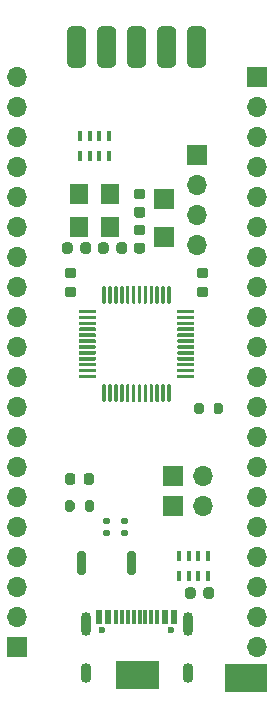
<source format=gts>
%TF.GenerationSoftware,KiCad,Pcbnew,(5.1.12)-1*%
%TF.CreationDate,2021-12-13T23:08:50+08:00*%
%TF.ProjectId,PCB_EK-Link_Lite_Dev,5043425f-454b-42d4-9c69-6e6b5f4c6974,rev?*%
%TF.SameCoordinates,Original*%
%TF.FileFunction,Soldermask,Top*%
%TF.FilePolarity,Negative*%
%FSLAX46Y46*%
G04 Gerber Fmt 4.6, Leading zero omitted, Abs format (unit mm)*
G04 Created by KiCad (PCBNEW (5.1.12)-1) date 2021-12-13 23:08:50*
%MOMM*%
%LPD*%
G01*
G04 APERTURE LIST*
%ADD10C,0.100000*%
%ADD11O,1.700000X1.700000*%
%ADD12R,1.700000X1.700000*%
%ADD13R,1.800000X1.750000*%
%ADD14R,1.540000X1.800000*%
%ADD15R,0.400000X0.900000*%
%ADD16R,0.600000X1.160000*%
%ADD17C,0.600000*%
%ADD18R,0.300000X1.160000*%
%ADD19O,0.900000X1.700000*%
%ADD20O,0.900000X2.000000*%
G04 APERTURE END LIST*
D10*
G36*
X77978000Y-105029000D02*
G01*
X74422000Y-105029000D01*
X74422000Y-102743000D01*
X77978000Y-102743000D01*
X77978000Y-105029000D01*
G37*
X77978000Y-105029000D02*
X74422000Y-105029000D01*
X74422000Y-102743000D01*
X77978000Y-102743000D01*
X77978000Y-105029000D01*
G36*
X87122000Y-105283000D02*
G01*
X83693000Y-105283000D01*
X83693000Y-102997000D01*
X87122000Y-102997000D01*
X87122000Y-105283000D01*
G37*
X87122000Y-105283000D02*
X83693000Y-105283000D01*
X83693000Y-102997000D01*
X87122000Y-102997000D01*
X87122000Y-105283000D01*
D11*
%TO.C,J4*%
X86360000Y-101600000D03*
X86360000Y-99060000D03*
X86360000Y-96520000D03*
X86360000Y-93980000D03*
X86360000Y-91440000D03*
X86360000Y-88900000D03*
X86360000Y-86360000D03*
X86360000Y-83820000D03*
X86360000Y-81280000D03*
X86360000Y-78740000D03*
X86360000Y-76200000D03*
X86360000Y-73660000D03*
X86360000Y-71120000D03*
X86360000Y-68580000D03*
X86360000Y-66040000D03*
X86360000Y-63500000D03*
X86360000Y-60960000D03*
X86360000Y-58420000D03*
X86360000Y-55880000D03*
D12*
X86360000Y-53340000D03*
%TD*%
D11*
%TO.C,J1*%
X66040000Y-53340000D03*
X66040000Y-55880000D03*
X66040000Y-58420000D03*
X66040000Y-60960000D03*
X66040000Y-63500000D03*
X66040000Y-66040000D03*
X66040000Y-68580000D03*
X66040000Y-71120000D03*
X66040000Y-73660000D03*
X66040000Y-76200000D03*
X66040000Y-78740000D03*
X66040000Y-81280000D03*
X66040000Y-83820000D03*
X66040000Y-86360000D03*
X66040000Y-88900000D03*
X66040000Y-91440000D03*
X66040000Y-93980000D03*
X66040000Y-96520000D03*
X66040000Y-99060000D03*
D12*
X66040000Y-101600000D03*
%TD*%
D13*
%TO.C,Y2*%
X78486000Y-63653000D03*
X78486000Y-66903000D03*
%TD*%
D14*
%TO.C,Y1*%
X71304000Y-63240000D03*
X73984000Y-63240000D03*
X73984000Y-66040000D03*
X71304000Y-66040000D03*
%TD*%
%TO.C,U2*%
G36*
G01*
X79700000Y-73046000D02*
X81025000Y-73046000D01*
G75*
G02*
X81100000Y-73121000I0J-75000D01*
G01*
X81100000Y-73271000D01*
G75*
G02*
X81025000Y-73346000I-75000J0D01*
G01*
X79700000Y-73346000D01*
G75*
G02*
X79625000Y-73271000I0J75000D01*
G01*
X79625000Y-73121000D01*
G75*
G02*
X79700000Y-73046000I75000J0D01*
G01*
G37*
G36*
G01*
X79700000Y-73546000D02*
X81025000Y-73546000D01*
G75*
G02*
X81100000Y-73621000I0J-75000D01*
G01*
X81100000Y-73771000D01*
G75*
G02*
X81025000Y-73846000I-75000J0D01*
G01*
X79700000Y-73846000D01*
G75*
G02*
X79625000Y-73771000I0J75000D01*
G01*
X79625000Y-73621000D01*
G75*
G02*
X79700000Y-73546000I75000J0D01*
G01*
G37*
G36*
G01*
X79700000Y-74046000D02*
X81025000Y-74046000D01*
G75*
G02*
X81100000Y-74121000I0J-75000D01*
G01*
X81100000Y-74271000D01*
G75*
G02*
X81025000Y-74346000I-75000J0D01*
G01*
X79700000Y-74346000D01*
G75*
G02*
X79625000Y-74271000I0J75000D01*
G01*
X79625000Y-74121000D01*
G75*
G02*
X79700000Y-74046000I75000J0D01*
G01*
G37*
G36*
G01*
X79700000Y-74546000D02*
X81025000Y-74546000D01*
G75*
G02*
X81100000Y-74621000I0J-75000D01*
G01*
X81100000Y-74771000D01*
G75*
G02*
X81025000Y-74846000I-75000J0D01*
G01*
X79700000Y-74846000D01*
G75*
G02*
X79625000Y-74771000I0J75000D01*
G01*
X79625000Y-74621000D01*
G75*
G02*
X79700000Y-74546000I75000J0D01*
G01*
G37*
G36*
G01*
X79700000Y-75046000D02*
X81025000Y-75046000D01*
G75*
G02*
X81100000Y-75121000I0J-75000D01*
G01*
X81100000Y-75271000D01*
G75*
G02*
X81025000Y-75346000I-75000J0D01*
G01*
X79700000Y-75346000D01*
G75*
G02*
X79625000Y-75271000I0J75000D01*
G01*
X79625000Y-75121000D01*
G75*
G02*
X79700000Y-75046000I75000J0D01*
G01*
G37*
G36*
G01*
X79700000Y-75546000D02*
X81025000Y-75546000D01*
G75*
G02*
X81100000Y-75621000I0J-75000D01*
G01*
X81100000Y-75771000D01*
G75*
G02*
X81025000Y-75846000I-75000J0D01*
G01*
X79700000Y-75846000D01*
G75*
G02*
X79625000Y-75771000I0J75000D01*
G01*
X79625000Y-75621000D01*
G75*
G02*
X79700000Y-75546000I75000J0D01*
G01*
G37*
G36*
G01*
X79700000Y-76046000D02*
X81025000Y-76046000D01*
G75*
G02*
X81100000Y-76121000I0J-75000D01*
G01*
X81100000Y-76271000D01*
G75*
G02*
X81025000Y-76346000I-75000J0D01*
G01*
X79700000Y-76346000D01*
G75*
G02*
X79625000Y-76271000I0J75000D01*
G01*
X79625000Y-76121000D01*
G75*
G02*
X79700000Y-76046000I75000J0D01*
G01*
G37*
G36*
G01*
X79700000Y-76546000D02*
X81025000Y-76546000D01*
G75*
G02*
X81100000Y-76621000I0J-75000D01*
G01*
X81100000Y-76771000D01*
G75*
G02*
X81025000Y-76846000I-75000J0D01*
G01*
X79700000Y-76846000D01*
G75*
G02*
X79625000Y-76771000I0J75000D01*
G01*
X79625000Y-76621000D01*
G75*
G02*
X79700000Y-76546000I75000J0D01*
G01*
G37*
G36*
G01*
X79700000Y-77046000D02*
X81025000Y-77046000D01*
G75*
G02*
X81100000Y-77121000I0J-75000D01*
G01*
X81100000Y-77271000D01*
G75*
G02*
X81025000Y-77346000I-75000J0D01*
G01*
X79700000Y-77346000D01*
G75*
G02*
X79625000Y-77271000I0J75000D01*
G01*
X79625000Y-77121000D01*
G75*
G02*
X79700000Y-77046000I75000J0D01*
G01*
G37*
G36*
G01*
X79700000Y-77546000D02*
X81025000Y-77546000D01*
G75*
G02*
X81100000Y-77621000I0J-75000D01*
G01*
X81100000Y-77771000D01*
G75*
G02*
X81025000Y-77846000I-75000J0D01*
G01*
X79700000Y-77846000D01*
G75*
G02*
X79625000Y-77771000I0J75000D01*
G01*
X79625000Y-77621000D01*
G75*
G02*
X79700000Y-77546000I75000J0D01*
G01*
G37*
G36*
G01*
X79700000Y-78046000D02*
X81025000Y-78046000D01*
G75*
G02*
X81100000Y-78121000I0J-75000D01*
G01*
X81100000Y-78271000D01*
G75*
G02*
X81025000Y-78346000I-75000J0D01*
G01*
X79700000Y-78346000D01*
G75*
G02*
X79625000Y-78271000I0J75000D01*
G01*
X79625000Y-78121000D01*
G75*
G02*
X79700000Y-78046000I75000J0D01*
G01*
G37*
G36*
G01*
X79700000Y-78546000D02*
X81025000Y-78546000D01*
G75*
G02*
X81100000Y-78621000I0J-75000D01*
G01*
X81100000Y-78771000D01*
G75*
G02*
X81025000Y-78846000I-75000J0D01*
G01*
X79700000Y-78846000D01*
G75*
G02*
X79625000Y-78771000I0J75000D01*
G01*
X79625000Y-78621000D01*
G75*
G02*
X79700000Y-78546000I75000J0D01*
G01*
G37*
G36*
G01*
X78875000Y-79371000D02*
X79025000Y-79371000D01*
G75*
G02*
X79100000Y-79446000I0J-75000D01*
G01*
X79100000Y-80771000D01*
G75*
G02*
X79025000Y-80846000I-75000J0D01*
G01*
X78875000Y-80846000D01*
G75*
G02*
X78800000Y-80771000I0J75000D01*
G01*
X78800000Y-79446000D01*
G75*
G02*
X78875000Y-79371000I75000J0D01*
G01*
G37*
G36*
G01*
X78375000Y-79371000D02*
X78525000Y-79371000D01*
G75*
G02*
X78600000Y-79446000I0J-75000D01*
G01*
X78600000Y-80771000D01*
G75*
G02*
X78525000Y-80846000I-75000J0D01*
G01*
X78375000Y-80846000D01*
G75*
G02*
X78300000Y-80771000I0J75000D01*
G01*
X78300000Y-79446000D01*
G75*
G02*
X78375000Y-79371000I75000J0D01*
G01*
G37*
G36*
G01*
X77875000Y-79371000D02*
X78025000Y-79371000D01*
G75*
G02*
X78100000Y-79446000I0J-75000D01*
G01*
X78100000Y-80771000D01*
G75*
G02*
X78025000Y-80846000I-75000J0D01*
G01*
X77875000Y-80846000D01*
G75*
G02*
X77800000Y-80771000I0J75000D01*
G01*
X77800000Y-79446000D01*
G75*
G02*
X77875000Y-79371000I75000J0D01*
G01*
G37*
G36*
G01*
X77375000Y-79371000D02*
X77525000Y-79371000D01*
G75*
G02*
X77600000Y-79446000I0J-75000D01*
G01*
X77600000Y-80771000D01*
G75*
G02*
X77525000Y-80846000I-75000J0D01*
G01*
X77375000Y-80846000D01*
G75*
G02*
X77300000Y-80771000I0J75000D01*
G01*
X77300000Y-79446000D01*
G75*
G02*
X77375000Y-79371000I75000J0D01*
G01*
G37*
G36*
G01*
X76875000Y-79371000D02*
X77025000Y-79371000D01*
G75*
G02*
X77100000Y-79446000I0J-75000D01*
G01*
X77100000Y-80771000D01*
G75*
G02*
X77025000Y-80846000I-75000J0D01*
G01*
X76875000Y-80846000D01*
G75*
G02*
X76800000Y-80771000I0J75000D01*
G01*
X76800000Y-79446000D01*
G75*
G02*
X76875000Y-79371000I75000J0D01*
G01*
G37*
G36*
G01*
X76375000Y-79371000D02*
X76525000Y-79371000D01*
G75*
G02*
X76600000Y-79446000I0J-75000D01*
G01*
X76600000Y-80771000D01*
G75*
G02*
X76525000Y-80846000I-75000J0D01*
G01*
X76375000Y-80846000D01*
G75*
G02*
X76300000Y-80771000I0J75000D01*
G01*
X76300000Y-79446000D01*
G75*
G02*
X76375000Y-79371000I75000J0D01*
G01*
G37*
G36*
G01*
X75875000Y-79371000D02*
X76025000Y-79371000D01*
G75*
G02*
X76100000Y-79446000I0J-75000D01*
G01*
X76100000Y-80771000D01*
G75*
G02*
X76025000Y-80846000I-75000J0D01*
G01*
X75875000Y-80846000D01*
G75*
G02*
X75800000Y-80771000I0J75000D01*
G01*
X75800000Y-79446000D01*
G75*
G02*
X75875000Y-79371000I75000J0D01*
G01*
G37*
G36*
G01*
X75375000Y-79371000D02*
X75525000Y-79371000D01*
G75*
G02*
X75600000Y-79446000I0J-75000D01*
G01*
X75600000Y-80771000D01*
G75*
G02*
X75525000Y-80846000I-75000J0D01*
G01*
X75375000Y-80846000D01*
G75*
G02*
X75300000Y-80771000I0J75000D01*
G01*
X75300000Y-79446000D01*
G75*
G02*
X75375000Y-79371000I75000J0D01*
G01*
G37*
G36*
G01*
X74875000Y-79371000D02*
X75025000Y-79371000D01*
G75*
G02*
X75100000Y-79446000I0J-75000D01*
G01*
X75100000Y-80771000D01*
G75*
G02*
X75025000Y-80846000I-75000J0D01*
G01*
X74875000Y-80846000D01*
G75*
G02*
X74800000Y-80771000I0J75000D01*
G01*
X74800000Y-79446000D01*
G75*
G02*
X74875000Y-79371000I75000J0D01*
G01*
G37*
G36*
G01*
X74375000Y-79371000D02*
X74525000Y-79371000D01*
G75*
G02*
X74600000Y-79446000I0J-75000D01*
G01*
X74600000Y-80771000D01*
G75*
G02*
X74525000Y-80846000I-75000J0D01*
G01*
X74375000Y-80846000D01*
G75*
G02*
X74300000Y-80771000I0J75000D01*
G01*
X74300000Y-79446000D01*
G75*
G02*
X74375000Y-79371000I75000J0D01*
G01*
G37*
G36*
G01*
X73875000Y-79371000D02*
X74025000Y-79371000D01*
G75*
G02*
X74100000Y-79446000I0J-75000D01*
G01*
X74100000Y-80771000D01*
G75*
G02*
X74025000Y-80846000I-75000J0D01*
G01*
X73875000Y-80846000D01*
G75*
G02*
X73800000Y-80771000I0J75000D01*
G01*
X73800000Y-79446000D01*
G75*
G02*
X73875000Y-79371000I75000J0D01*
G01*
G37*
G36*
G01*
X73375000Y-79371000D02*
X73525000Y-79371000D01*
G75*
G02*
X73600000Y-79446000I0J-75000D01*
G01*
X73600000Y-80771000D01*
G75*
G02*
X73525000Y-80846000I-75000J0D01*
G01*
X73375000Y-80846000D01*
G75*
G02*
X73300000Y-80771000I0J75000D01*
G01*
X73300000Y-79446000D01*
G75*
G02*
X73375000Y-79371000I75000J0D01*
G01*
G37*
G36*
G01*
X71375000Y-78546000D02*
X72700000Y-78546000D01*
G75*
G02*
X72775000Y-78621000I0J-75000D01*
G01*
X72775000Y-78771000D01*
G75*
G02*
X72700000Y-78846000I-75000J0D01*
G01*
X71375000Y-78846000D01*
G75*
G02*
X71300000Y-78771000I0J75000D01*
G01*
X71300000Y-78621000D01*
G75*
G02*
X71375000Y-78546000I75000J0D01*
G01*
G37*
G36*
G01*
X71375000Y-78046000D02*
X72700000Y-78046000D01*
G75*
G02*
X72775000Y-78121000I0J-75000D01*
G01*
X72775000Y-78271000D01*
G75*
G02*
X72700000Y-78346000I-75000J0D01*
G01*
X71375000Y-78346000D01*
G75*
G02*
X71300000Y-78271000I0J75000D01*
G01*
X71300000Y-78121000D01*
G75*
G02*
X71375000Y-78046000I75000J0D01*
G01*
G37*
G36*
G01*
X71375000Y-77546000D02*
X72700000Y-77546000D01*
G75*
G02*
X72775000Y-77621000I0J-75000D01*
G01*
X72775000Y-77771000D01*
G75*
G02*
X72700000Y-77846000I-75000J0D01*
G01*
X71375000Y-77846000D01*
G75*
G02*
X71300000Y-77771000I0J75000D01*
G01*
X71300000Y-77621000D01*
G75*
G02*
X71375000Y-77546000I75000J0D01*
G01*
G37*
G36*
G01*
X71375000Y-77046000D02*
X72700000Y-77046000D01*
G75*
G02*
X72775000Y-77121000I0J-75000D01*
G01*
X72775000Y-77271000D01*
G75*
G02*
X72700000Y-77346000I-75000J0D01*
G01*
X71375000Y-77346000D01*
G75*
G02*
X71300000Y-77271000I0J75000D01*
G01*
X71300000Y-77121000D01*
G75*
G02*
X71375000Y-77046000I75000J0D01*
G01*
G37*
G36*
G01*
X71375000Y-76546000D02*
X72700000Y-76546000D01*
G75*
G02*
X72775000Y-76621000I0J-75000D01*
G01*
X72775000Y-76771000D01*
G75*
G02*
X72700000Y-76846000I-75000J0D01*
G01*
X71375000Y-76846000D01*
G75*
G02*
X71300000Y-76771000I0J75000D01*
G01*
X71300000Y-76621000D01*
G75*
G02*
X71375000Y-76546000I75000J0D01*
G01*
G37*
G36*
G01*
X71375000Y-76046000D02*
X72700000Y-76046000D01*
G75*
G02*
X72775000Y-76121000I0J-75000D01*
G01*
X72775000Y-76271000D01*
G75*
G02*
X72700000Y-76346000I-75000J0D01*
G01*
X71375000Y-76346000D01*
G75*
G02*
X71300000Y-76271000I0J75000D01*
G01*
X71300000Y-76121000D01*
G75*
G02*
X71375000Y-76046000I75000J0D01*
G01*
G37*
G36*
G01*
X71375000Y-75546000D02*
X72700000Y-75546000D01*
G75*
G02*
X72775000Y-75621000I0J-75000D01*
G01*
X72775000Y-75771000D01*
G75*
G02*
X72700000Y-75846000I-75000J0D01*
G01*
X71375000Y-75846000D01*
G75*
G02*
X71300000Y-75771000I0J75000D01*
G01*
X71300000Y-75621000D01*
G75*
G02*
X71375000Y-75546000I75000J0D01*
G01*
G37*
G36*
G01*
X71375000Y-75046000D02*
X72700000Y-75046000D01*
G75*
G02*
X72775000Y-75121000I0J-75000D01*
G01*
X72775000Y-75271000D01*
G75*
G02*
X72700000Y-75346000I-75000J0D01*
G01*
X71375000Y-75346000D01*
G75*
G02*
X71300000Y-75271000I0J75000D01*
G01*
X71300000Y-75121000D01*
G75*
G02*
X71375000Y-75046000I75000J0D01*
G01*
G37*
G36*
G01*
X71375000Y-74546000D02*
X72700000Y-74546000D01*
G75*
G02*
X72775000Y-74621000I0J-75000D01*
G01*
X72775000Y-74771000D01*
G75*
G02*
X72700000Y-74846000I-75000J0D01*
G01*
X71375000Y-74846000D01*
G75*
G02*
X71300000Y-74771000I0J75000D01*
G01*
X71300000Y-74621000D01*
G75*
G02*
X71375000Y-74546000I75000J0D01*
G01*
G37*
G36*
G01*
X71375000Y-74046000D02*
X72700000Y-74046000D01*
G75*
G02*
X72775000Y-74121000I0J-75000D01*
G01*
X72775000Y-74271000D01*
G75*
G02*
X72700000Y-74346000I-75000J0D01*
G01*
X71375000Y-74346000D01*
G75*
G02*
X71300000Y-74271000I0J75000D01*
G01*
X71300000Y-74121000D01*
G75*
G02*
X71375000Y-74046000I75000J0D01*
G01*
G37*
G36*
G01*
X71375000Y-73546000D02*
X72700000Y-73546000D01*
G75*
G02*
X72775000Y-73621000I0J-75000D01*
G01*
X72775000Y-73771000D01*
G75*
G02*
X72700000Y-73846000I-75000J0D01*
G01*
X71375000Y-73846000D01*
G75*
G02*
X71300000Y-73771000I0J75000D01*
G01*
X71300000Y-73621000D01*
G75*
G02*
X71375000Y-73546000I75000J0D01*
G01*
G37*
G36*
G01*
X71375000Y-73046000D02*
X72700000Y-73046000D01*
G75*
G02*
X72775000Y-73121000I0J-75000D01*
G01*
X72775000Y-73271000D01*
G75*
G02*
X72700000Y-73346000I-75000J0D01*
G01*
X71375000Y-73346000D01*
G75*
G02*
X71300000Y-73271000I0J75000D01*
G01*
X71300000Y-73121000D01*
G75*
G02*
X71375000Y-73046000I75000J0D01*
G01*
G37*
G36*
G01*
X73375000Y-71046000D02*
X73525000Y-71046000D01*
G75*
G02*
X73600000Y-71121000I0J-75000D01*
G01*
X73600000Y-72446000D01*
G75*
G02*
X73525000Y-72521000I-75000J0D01*
G01*
X73375000Y-72521000D01*
G75*
G02*
X73300000Y-72446000I0J75000D01*
G01*
X73300000Y-71121000D01*
G75*
G02*
X73375000Y-71046000I75000J0D01*
G01*
G37*
G36*
G01*
X73875000Y-71046000D02*
X74025000Y-71046000D01*
G75*
G02*
X74100000Y-71121000I0J-75000D01*
G01*
X74100000Y-72446000D01*
G75*
G02*
X74025000Y-72521000I-75000J0D01*
G01*
X73875000Y-72521000D01*
G75*
G02*
X73800000Y-72446000I0J75000D01*
G01*
X73800000Y-71121000D01*
G75*
G02*
X73875000Y-71046000I75000J0D01*
G01*
G37*
G36*
G01*
X74375000Y-71046000D02*
X74525000Y-71046000D01*
G75*
G02*
X74600000Y-71121000I0J-75000D01*
G01*
X74600000Y-72446000D01*
G75*
G02*
X74525000Y-72521000I-75000J0D01*
G01*
X74375000Y-72521000D01*
G75*
G02*
X74300000Y-72446000I0J75000D01*
G01*
X74300000Y-71121000D01*
G75*
G02*
X74375000Y-71046000I75000J0D01*
G01*
G37*
G36*
G01*
X74875000Y-71046000D02*
X75025000Y-71046000D01*
G75*
G02*
X75100000Y-71121000I0J-75000D01*
G01*
X75100000Y-72446000D01*
G75*
G02*
X75025000Y-72521000I-75000J0D01*
G01*
X74875000Y-72521000D01*
G75*
G02*
X74800000Y-72446000I0J75000D01*
G01*
X74800000Y-71121000D01*
G75*
G02*
X74875000Y-71046000I75000J0D01*
G01*
G37*
G36*
G01*
X75375000Y-71046000D02*
X75525000Y-71046000D01*
G75*
G02*
X75600000Y-71121000I0J-75000D01*
G01*
X75600000Y-72446000D01*
G75*
G02*
X75525000Y-72521000I-75000J0D01*
G01*
X75375000Y-72521000D01*
G75*
G02*
X75300000Y-72446000I0J75000D01*
G01*
X75300000Y-71121000D01*
G75*
G02*
X75375000Y-71046000I75000J0D01*
G01*
G37*
G36*
G01*
X75875000Y-71046000D02*
X76025000Y-71046000D01*
G75*
G02*
X76100000Y-71121000I0J-75000D01*
G01*
X76100000Y-72446000D01*
G75*
G02*
X76025000Y-72521000I-75000J0D01*
G01*
X75875000Y-72521000D01*
G75*
G02*
X75800000Y-72446000I0J75000D01*
G01*
X75800000Y-71121000D01*
G75*
G02*
X75875000Y-71046000I75000J0D01*
G01*
G37*
G36*
G01*
X76375000Y-71046000D02*
X76525000Y-71046000D01*
G75*
G02*
X76600000Y-71121000I0J-75000D01*
G01*
X76600000Y-72446000D01*
G75*
G02*
X76525000Y-72521000I-75000J0D01*
G01*
X76375000Y-72521000D01*
G75*
G02*
X76300000Y-72446000I0J75000D01*
G01*
X76300000Y-71121000D01*
G75*
G02*
X76375000Y-71046000I75000J0D01*
G01*
G37*
G36*
G01*
X76875000Y-71046000D02*
X77025000Y-71046000D01*
G75*
G02*
X77100000Y-71121000I0J-75000D01*
G01*
X77100000Y-72446000D01*
G75*
G02*
X77025000Y-72521000I-75000J0D01*
G01*
X76875000Y-72521000D01*
G75*
G02*
X76800000Y-72446000I0J75000D01*
G01*
X76800000Y-71121000D01*
G75*
G02*
X76875000Y-71046000I75000J0D01*
G01*
G37*
G36*
G01*
X77375000Y-71046000D02*
X77525000Y-71046000D01*
G75*
G02*
X77600000Y-71121000I0J-75000D01*
G01*
X77600000Y-72446000D01*
G75*
G02*
X77525000Y-72521000I-75000J0D01*
G01*
X77375000Y-72521000D01*
G75*
G02*
X77300000Y-72446000I0J75000D01*
G01*
X77300000Y-71121000D01*
G75*
G02*
X77375000Y-71046000I75000J0D01*
G01*
G37*
G36*
G01*
X77875000Y-71046000D02*
X78025000Y-71046000D01*
G75*
G02*
X78100000Y-71121000I0J-75000D01*
G01*
X78100000Y-72446000D01*
G75*
G02*
X78025000Y-72521000I-75000J0D01*
G01*
X77875000Y-72521000D01*
G75*
G02*
X77800000Y-72446000I0J75000D01*
G01*
X77800000Y-71121000D01*
G75*
G02*
X77875000Y-71046000I75000J0D01*
G01*
G37*
G36*
G01*
X78375000Y-71046000D02*
X78525000Y-71046000D01*
G75*
G02*
X78600000Y-71121000I0J-75000D01*
G01*
X78600000Y-72446000D01*
G75*
G02*
X78525000Y-72521000I-75000J0D01*
G01*
X78375000Y-72521000D01*
G75*
G02*
X78300000Y-72446000I0J75000D01*
G01*
X78300000Y-71121000D01*
G75*
G02*
X78375000Y-71046000I75000J0D01*
G01*
G37*
G36*
G01*
X78875000Y-71046000D02*
X79025000Y-71046000D01*
G75*
G02*
X79100000Y-71121000I0J-75000D01*
G01*
X79100000Y-72446000D01*
G75*
G02*
X79025000Y-72521000I-75000J0D01*
G01*
X78875000Y-72521000D01*
G75*
G02*
X78800000Y-72446000I0J75000D01*
G01*
X78800000Y-71121000D01*
G75*
G02*
X78875000Y-71046000I75000J0D01*
G01*
G37*
%TD*%
%TO.C,SW1*%
G36*
G01*
X76160000Y-93688000D02*
X76160000Y-95288000D01*
G75*
G02*
X75960000Y-95488000I-200000J0D01*
G01*
X75560000Y-95488000D01*
G75*
G02*
X75360000Y-95288000I0J200000D01*
G01*
X75360000Y-93688000D01*
G75*
G02*
X75560000Y-93488000I200000J0D01*
G01*
X75960000Y-93488000D01*
G75*
G02*
X76160000Y-93688000I0J-200000D01*
G01*
G37*
G36*
G01*
X71960000Y-93688000D02*
X71960000Y-95288000D01*
G75*
G02*
X71760000Y-95488000I-200000J0D01*
G01*
X71360000Y-95488000D01*
G75*
G02*
X71160000Y-95288000I0J200000D01*
G01*
X71160000Y-93688000D01*
G75*
G02*
X71360000Y-93488000I200000J0D01*
G01*
X71760000Y-93488000D01*
G75*
G02*
X71960000Y-93688000I0J-200000D01*
G01*
G37*
%TD*%
D15*
%TO.C,RN3*%
X82226000Y-93892000D03*
X81426000Y-93892000D03*
X80626000Y-93892000D03*
X79826000Y-93892000D03*
X82226000Y-95592000D03*
X79826000Y-95592000D03*
X81426000Y-95592000D03*
X80626000Y-95592000D03*
%TD*%
%TO.C,RN1*%
X73844000Y-58332000D03*
X73044000Y-58332000D03*
X72244000Y-58332000D03*
X71444000Y-58332000D03*
X73844000Y-60032000D03*
X71444000Y-60032000D03*
X73044000Y-60032000D03*
X72244000Y-60032000D03*
%TD*%
%TO.C,R6*%
G36*
G01*
X71799000Y-89937000D02*
X71799000Y-89387000D01*
G75*
G02*
X71999000Y-89187000I200000J0D01*
G01*
X72399000Y-89187000D01*
G75*
G02*
X72599000Y-89387000I0J-200000D01*
G01*
X72599000Y-89937000D01*
G75*
G02*
X72399000Y-90137000I-200000J0D01*
G01*
X71999000Y-90137000D01*
G75*
G02*
X71799000Y-89937000I0J200000D01*
G01*
G37*
G36*
G01*
X70149000Y-89937000D02*
X70149000Y-89387000D01*
G75*
G02*
X70349000Y-89187000I200000J0D01*
G01*
X70749000Y-89187000D01*
G75*
G02*
X70949000Y-89387000I0J-200000D01*
G01*
X70949000Y-89937000D01*
G75*
G02*
X70749000Y-90137000I-200000J0D01*
G01*
X70349000Y-90137000D01*
G75*
G02*
X70149000Y-89937000I0J200000D01*
G01*
G37*
%TD*%
%TO.C,R5*%
G36*
G01*
X82721000Y-81682000D02*
X82721000Y-81132000D01*
G75*
G02*
X82921000Y-80932000I200000J0D01*
G01*
X83321000Y-80932000D01*
G75*
G02*
X83521000Y-81132000I0J-200000D01*
G01*
X83521000Y-81682000D01*
G75*
G02*
X83321000Y-81882000I-200000J0D01*
G01*
X82921000Y-81882000D01*
G75*
G02*
X82721000Y-81682000I0J200000D01*
G01*
G37*
G36*
G01*
X81071000Y-81682000D02*
X81071000Y-81132000D01*
G75*
G02*
X81271000Y-80932000I200000J0D01*
G01*
X81671000Y-80932000D01*
G75*
G02*
X81871000Y-81132000I0J-200000D01*
G01*
X81871000Y-81682000D01*
G75*
G02*
X81671000Y-81882000I-200000J0D01*
G01*
X81271000Y-81882000D01*
G75*
G02*
X81071000Y-81682000I0J200000D01*
G01*
G37*
%TD*%
%TO.C,R4*%
G36*
G01*
X74999000Y-91680000D02*
X75369000Y-91680000D01*
G75*
G02*
X75504000Y-91815000I0J-135000D01*
G01*
X75504000Y-92085000D01*
G75*
G02*
X75369000Y-92220000I-135000J0D01*
G01*
X74999000Y-92220000D01*
G75*
G02*
X74864000Y-92085000I0J135000D01*
G01*
X74864000Y-91815000D01*
G75*
G02*
X74999000Y-91680000I135000J0D01*
G01*
G37*
G36*
G01*
X74999000Y-90660000D02*
X75369000Y-90660000D01*
G75*
G02*
X75504000Y-90795000I0J-135000D01*
G01*
X75504000Y-91065000D01*
G75*
G02*
X75369000Y-91200000I-135000J0D01*
G01*
X74999000Y-91200000D01*
G75*
G02*
X74864000Y-91065000I0J135000D01*
G01*
X74864000Y-90795000D01*
G75*
G02*
X74999000Y-90660000I135000J0D01*
G01*
G37*
%TD*%
%TO.C,R3*%
G36*
G01*
X73475000Y-91680000D02*
X73845000Y-91680000D01*
G75*
G02*
X73980000Y-91815000I0J-135000D01*
G01*
X73980000Y-92085000D01*
G75*
G02*
X73845000Y-92220000I-135000J0D01*
G01*
X73475000Y-92220000D01*
G75*
G02*
X73340000Y-92085000I0J135000D01*
G01*
X73340000Y-91815000D01*
G75*
G02*
X73475000Y-91680000I135000J0D01*
G01*
G37*
G36*
G01*
X73475000Y-90660000D02*
X73845000Y-90660000D01*
G75*
G02*
X73980000Y-90795000I0J-135000D01*
G01*
X73980000Y-91065000D01*
G75*
G02*
X73845000Y-91200000I-135000J0D01*
G01*
X73475000Y-91200000D01*
G75*
G02*
X73340000Y-91065000I0J135000D01*
G01*
X73340000Y-90795000D01*
G75*
G02*
X73475000Y-90660000I135000J0D01*
G01*
G37*
%TD*%
D11*
%TO.C,J7*%
X81788000Y-89662000D03*
D12*
X79248000Y-89662000D03*
%TD*%
D11*
%TO.C,J6*%
X81280000Y-67564000D03*
X81280000Y-65024000D03*
X81280000Y-62484000D03*
D12*
X81280000Y-59944000D03*
%TD*%
D11*
%TO.C,J5*%
X81788000Y-87122000D03*
D12*
X79248000Y-87122000D03*
%TD*%
%TO.C,J3*%
G36*
G01*
X72840000Y-52140000D02*
X72840000Y-49460000D01*
G75*
G02*
X73250000Y-49050000I410000J0D01*
G01*
X74070000Y-49050000D01*
G75*
G02*
X74480000Y-49460000I0J-410000D01*
G01*
X74480000Y-52140000D01*
G75*
G02*
X74070000Y-52550000I-410000J0D01*
G01*
X73250000Y-52550000D01*
G75*
G02*
X72840000Y-52140000I0J410000D01*
G01*
G37*
G36*
G01*
X75380000Y-52140000D02*
X75380000Y-49460000D01*
G75*
G02*
X75790000Y-49050000I410000J0D01*
G01*
X76610000Y-49050000D01*
G75*
G02*
X77020000Y-49460000I0J-410000D01*
G01*
X77020000Y-52140000D01*
G75*
G02*
X76610000Y-52550000I-410000J0D01*
G01*
X75790000Y-52550000D01*
G75*
G02*
X75380000Y-52140000I0J410000D01*
G01*
G37*
G36*
G01*
X77920000Y-52140000D02*
X77920000Y-49460000D01*
G75*
G02*
X78330000Y-49050000I410000J0D01*
G01*
X79150000Y-49050000D01*
G75*
G02*
X79560000Y-49460000I0J-410000D01*
G01*
X79560000Y-52140000D01*
G75*
G02*
X79150000Y-52550000I-410000J0D01*
G01*
X78330000Y-52550000D01*
G75*
G02*
X77920000Y-52140000I0J410000D01*
G01*
G37*
G36*
G01*
X80460000Y-52140000D02*
X80460000Y-49460000D01*
G75*
G02*
X80870000Y-49050000I410000J0D01*
G01*
X81690000Y-49050000D01*
G75*
G02*
X82100000Y-49460000I0J-410000D01*
G01*
X82100000Y-52140000D01*
G75*
G02*
X81690000Y-52550000I-410000J0D01*
G01*
X80870000Y-52550000D01*
G75*
G02*
X80460000Y-52140000I0J410000D01*
G01*
G37*
G36*
G01*
X70300000Y-52140000D02*
X70300000Y-49460000D01*
G75*
G02*
X70710000Y-49050000I410000J0D01*
G01*
X71530000Y-49050000D01*
G75*
G02*
X71940000Y-49460000I0J-410000D01*
G01*
X71940000Y-52140000D01*
G75*
G02*
X71530000Y-52550000I-410000J0D01*
G01*
X70710000Y-52550000D01*
G75*
G02*
X70300000Y-52140000I0J410000D01*
G01*
G37*
%TD*%
D16*
%TO.C,J2*%
X79400000Y-99090000D03*
X78600000Y-99090000D03*
X79400000Y-99090000D03*
X78600000Y-99090000D03*
X73000000Y-99090000D03*
X73000000Y-99090000D03*
X73800000Y-99090000D03*
X73800000Y-99090000D03*
D17*
X73310000Y-100150000D03*
X79090000Y-100150000D03*
D18*
X77950000Y-99090000D03*
X76950000Y-99090000D03*
X77450000Y-99090000D03*
X74950000Y-99090000D03*
X74450000Y-99090000D03*
X76450000Y-99090000D03*
X75950000Y-99090000D03*
X75450000Y-99090000D03*
D19*
X80520000Y-103840000D03*
X71880000Y-103840000D03*
D20*
X80520000Y-99670000D03*
X71880000Y-99670000D03*
%TD*%
%TO.C,D3*%
G36*
G01*
X70355750Y-71089000D02*
X70868250Y-71089000D01*
G75*
G02*
X71087000Y-71307750I0J-218750D01*
G01*
X71087000Y-71745250D01*
G75*
G02*
X70868250Y-71964000I-218750J0D01*
G01*
X70355750Y-71964000D01*
G75*
G02*
X70137000Y-71745250I0J218750D01*
G01*
X70137000Y-71307750D01*
G75*
G02*
X70355750Y-71089000I218750J0D01*
G01*
G37*
G36*
G01*
X70355750Y-69514000D02*
X70868250Y-69514000D01*
G75*
G02*
X71087000Y-69732750I0J-218750D01*
G01*
X71087000Y-70170250D01*
G75*
G02*
X70868250Y-70389000I-218750J0D01*
G01*
X70355750Y-70389000D01*
G75*
G02*
X70137000Y-70170250I0J218750D01*
G01*
X70137000Y-69732750D01*
G75*
G02*
X70355750Y-69514000I218750J0D01*
G01*
G37*
%TD*%
%TO.C,D2*%
G36*
G01*
X82044250Y-70389000D02*
X81531750Y-70389000D01*
G75*
G02*
X81313000Y-70170250I0J218750D01*
G01*
X81313000Y-69732750D01*
G75*
G02*
X81531750Y-69514000I218750J0D01*
G01*
X82044250Y-69514000D01*
G75*
G02*
X82263000Y-69732750I0J-218750D01*
G01*
X82263000Y-70170250D01*
G75*
G02*
X82044250Y-70389000I-218750J0D01*
G01*
G37*
G36*
G01*
X82044250Y-71964000D02*
X81531750Y-71964000D01*
G75*
G02*
X81313000Y-71745250I0J218750D01*
G01*
X81313000Y-71307750D01*
G75*
G02*
X81531750Y-71089000I218750J0D01*
G01*
X82044250Y-71089000D01*
G75*
G02*
X82263000Y-71307750I0J-218750D01*
G01*
X82263000Y-71745250D01*
G75*
G02*
X82044250Y-71964000I-218750J0D01*
G01*
G37*
%TD*%
%TO.C,D1*%
G36*
G01*
X71724000Y-87632250D02*
X71724000Y-87119750D01*
G75*
G02*
X71942750Y-86901000I218750J0D01*
G01*
X72380250Y-86901000D01*
G75*
G02*
X72599000Y-87119750I0J-218750D01*
G01*
X72599000Y-87632250D01*
G75*
G02*
X72380250Y-87851000I-218750J0D01*
G01*
X71942750Y-87851000D01*
G75*
G02*
X71724000Y-87632250I0J218750D01*
G01*
G37*
G36*
G01*
X70149000Y-87632250D02*
X70149000Y-87119750D01*
G75*
G02*
X70367750Y-86901000I218750J0D01*
G01*
X70805250Y-86901000D01*
G75*
G02*
X71024000Y-87119750I0J-218750D01*
G01*
X71024000Y-87632250D01*
G75*
G02*
X70805250Y-87851000I-218750J0D01*
G01*
X70367750Y-87851000D01*
G75*
G02*
X70149000Y-87632250I0J218750D01*
G01*
G37*
%TD*%
%TO.C,C7*%
G36*
G01*
X81209000Y-96778000D02*
X81209000Y-97278000D01*
G75*
G02*
X80984000Y-97503000I-225000J0D01*
G01*
X80534000Y-97503000D01*
G75*
G02*
X80309000Y-97278000I0J225000D01*
G01*
X80309000Y-96778000D01*
G75*
G02*
X80534000Y-96553000I225000J0D01*
G01*
X80984000Y-96553000D01*
G75*
G02*
X81209000Y-96778000I0J-225000D01*
G01*
G37*
G36*
G01*
X82759000Y-96778000D02*
X82759000Y-97278000D01*
G75*
G02*
X82534000Y-97503000I-225000J0D01*
G01*
X82084000Y-97503000D01*
G75*
G02*
X81859000Y-97278000I0J225000D01*
G01*
X81859000Y-96778000D01*
G75*
G02*
X82084000Y-96553000I225000J0D01*
G01*
X82534000Y-96553000D01*
G75*
G02*
X82759000Y-96778000I0J-225000D01*
G01*
G37*
%TD*%
%TO.C,C6*%
G36*
G01*
X76204000Y-64346000D02*
X76704000Y-64346000D01*
G75*
G02*
X76929000Y-64571000I0J-225000D01*
G01*
X76929000Y-65021000D01*
G75*
G02*
X76704000Y-65246000I-225000J0D01*
G01*
X76204000Y-65246000D01*
G75*
G02*
X75979000Y-65021000I0J225000D01*
G01*
X75979000Y-64571000D01*
G75*
G02*
X76204000Y-64346000I225000J0D01*
G01*
G37*
G36*
G01*
X76204000Y-62796000D02*
X76704000Y-62796000D01*
G75*
G02*
X76929000Y-63021000I0J-225000D01*
G01*
X76929000Y-63471000D01*
G75*
G02*
X76704000Y-63696000I-225000J0D01*
G01*
X76204000Y-63696000D01*
G75*
G02*
X75979000Y-63471000I0J225000D01*
G01*
X75979000Y-63021000D01*
G75*
G02*
X76204000Y-62796000I225000J0D01*
G01*
G37*
%TD*%
%TO.C,C5*%
G36*
G01*
X76704000Y-66731000D02*
X76204000Y-66731000D01*
G75*
G02*
X75979000Y-66506000I0J225000D01*
G01*
X75979000Y-66056000D01*
G75*
G02*
X76204000Y-65831000I225000J0D01*
G01*
X76704000Y-65831000D01*
G75*
G02*
X76929000Y-66056000I0J-225000D01*
G01*
X76929000Y-66506000D01*
G75*
G02*
X76704000Y-66731000I-225000J0D01*
G01*
G37*
G36*
G01*
X76704000Y-68281000D02*
X76204000Y-68281000D01*
G75*
G02*
X75979000Y-68056000I0J225000D01*
G01*
X75979000Y-67606000D01*
G75*
G02*
X76204000Y-67381000I225000J0D01*
G01*
X76704000Y-67381000D01*
G75*
G02*
X76929000Y-67606000I0J-225000D01*
G01*
X76929000Y-68056000D01*
G75*
G02*
X76704000Y-68281000I-225000J0D01*
G01*
G37*
%TD*%
%TO.C,C4*%
G36*
G01*
X71445000Y-68068000D02*
X71445000Y-67568000D01*
G75*
G02*
X71670000Y-67343000I225000J0D01*
G01*
X72120000Y-67343000D01*
G75*
G02*
X72345000Y-67568000I0J-225000D01*
G01*
X72345000Y-68068000D01*
G75*
G02*
X72120000Y-68293000I-225000J0D01*
G01*
X71670000Y-68293000D01*
G75*
G02*
X71445000Y-68068000I0J225000D01*
G01*
G37*
G36*
G01*
X69895000Y-68068000D02*
X69895000Y-67568000D01*
G75*
G02*
X70120000Y-67343000I225000J0D01*
G01*
X70570000Y-67343000D01*
G75*
G02*
X70795000Y-67568000I0J-225000D01*
G01*
X70795000Y-68068000D01*
G75*
G02*
X70570000Y-68293000I-225000J0D01*
G01*
X70120000Y-68293000D01*
G75*
G02*
X69895000Y-68068000I0J225000D01*
G01*
G37*
%TD*%
%TO.C,C3*%
G36*
G01*
X73843000Y-67568000D02*
X73843000Y-68068000D01*
G75*
G02*
X73618000Y-68293000I-225000J0D01*
G01*
X73168000Y-68293000D01*
G75*
G02*
X72943000Y-68068000I0J225000D01*
G01*
X72943000Y-67568000D01*
G75*
G02*
X73168000Y-67343000I225000J0D01*
G01*
X73618000Y-67343000D01*
G75*
G02*
X73843000Y-67568000I0J-225000D01*
G01*
G37*
G36*
G01*
X75393000Y-67568000D02*
X75393000Y-68068000D01*
G75*
G02*
X75168000Y-68293000I-225000J0D01*
G01*
X74718000Y-68293000D01*
G75*
G02*
X74493000Y-68068000I0J225000D01*
G01*
X74493000Y-67568000D01*
G75*
G02*
X74718000Y-67343000I225000J0D01*
G01*
X75168000Y-67343000D01*
G75*
G02*
X75393000Y-67568000I0J-225000D01*
G01*
G37*
%TD*%
M02*

</source>
